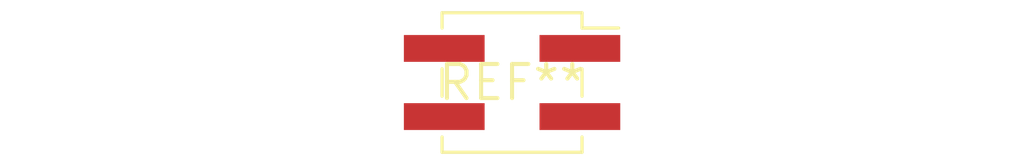
<source format=kicad_pcb>
(kicad_pcb (version 20240108) (generator pcbnew)
  (layers (0 "F.Cu" signal) (31 "B.Cu" signal) (34 "B.Paste" user) (35 "F.Paste" user) (36 "B.SilkS" user "B.Silkscreen") (37 "F.SilkS" user "F.Silkscreen") (38 "B.Mask" user) (39 "F.Mask" user) (44 "Edge.Cuts" user))
  (net 0 "")
  (footprint "PinSocket_2x02_P2.54mm_Vertical_SMD" (layer "F.Cu") (at 0 0)
    (property "Reference" "REF**")
    (property "Value" "PinSocket_2x02_P2.54mm_Vertical_SMD")
    (fp_line (start -2.6 -2.6) (end -2.6 -2.03) (layer "F.SilkS") (stroke (width 0.12)))
    (fp_line (start -2.6 -2.6) (end 2.6 -2.6) (layer "F.SilkS") (stroke (width 0.12)))
    (fp_line (start -2.6 -0.51) (end -2.6 0.51) (layer "F.SilkS") (stroke (width 0.12)))
    (fp_line (start -2.6 2.03) (end -2.6 2.6) (layer "F.SilkS") (stroke (width 0.12)))
    (fp_line (start -2.6 2.6) (end 2.6 2.6) (layer "F.SilkS") (stroke (width 0.12)))
    (fp_line (start 2.6 -2.6) (end 2.6 -2.03) (layer "F.SilkS") (stroke (width 0.12)))
    (fp_line (start 2.6 -2.03) (end 3.96 -2.03) (layer "F.SilkS") (stroke (width 0.12)))
    (fp_line (start 2.6 -0.51) (end 2.6 0.51) (layer "F.SilkS") (stroke (width 0.12)))
    (fp_line (start 2.6 2.03) (end 2.6 2.6) (layer "F.SilkS") (stroke (width 0.12)))
    (pad "1" smd rect (at 2.52 -1.27) (size 3 1) (layers "F.Cu" "F.Paste" "F.Mask"))
    (pad "2" smd rect (at -2.52 -1.27) (size 3 1) (layers "F.Cu" "F.Paste" "F.Mask"))
    (pad "3" smd rect (at 2.52 1.27) (size 3 1) (layers "F.Cu" "F.Paste" "F.Mask"))
    (pad "4" smd rect (at -2.52 1.27) (size 3 1) (layers "F.Cu" "F.Paste" "F.Mask"))
  )
)
</source>
